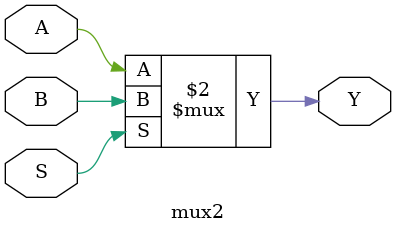
<source format=sv>
module mux2 (S,A,B,Y);
    input S;
    input A,B;
    output reg Y;

    always @(*)
		Y = (S)? B : A;
endmodule

</source>
